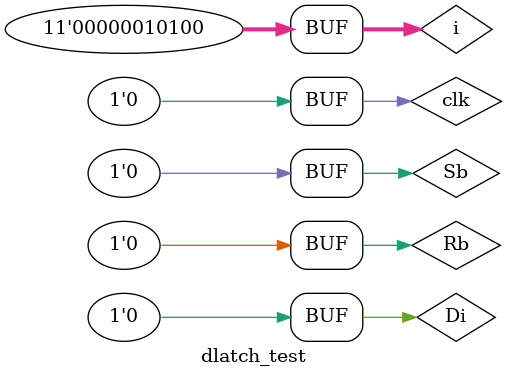
<source format=v>
`timescale 1ns / 1ps


module dlatch_test;

	// Inputs
	reg clk;
	reg Di;
	reg Rb;
	reg Sb;

	// Outputs
	wire Q;
	wire Qbar;

	// Instantiate the Unit Under Test (UUT)
	D_latch uut (
		.clk(clk), 
		.Di(Di), 
		.Rb(Rb), 
		.Sb(Sb), 
		.Q(Q), 
		.Qbar(Qbar)
	);

	reg [10:0] i;

	initial begin
		// Initialize Inputs
		clk = 0;
		Di = 0;
		Rb = 0;
		Sb = 0;

		// Wait 100 ns for global reset to finish
		#100;
        
		// Add stimulus here
		for (i = 0; i < 20; i = i + 1)
		begin
			clk = clk + 1;
			#10;
			Di = Di + 1;
			Rb = Rb + 1;
			Sb = Sb + 1;
			#15;
		end
	end
      
endmodule


</source>
